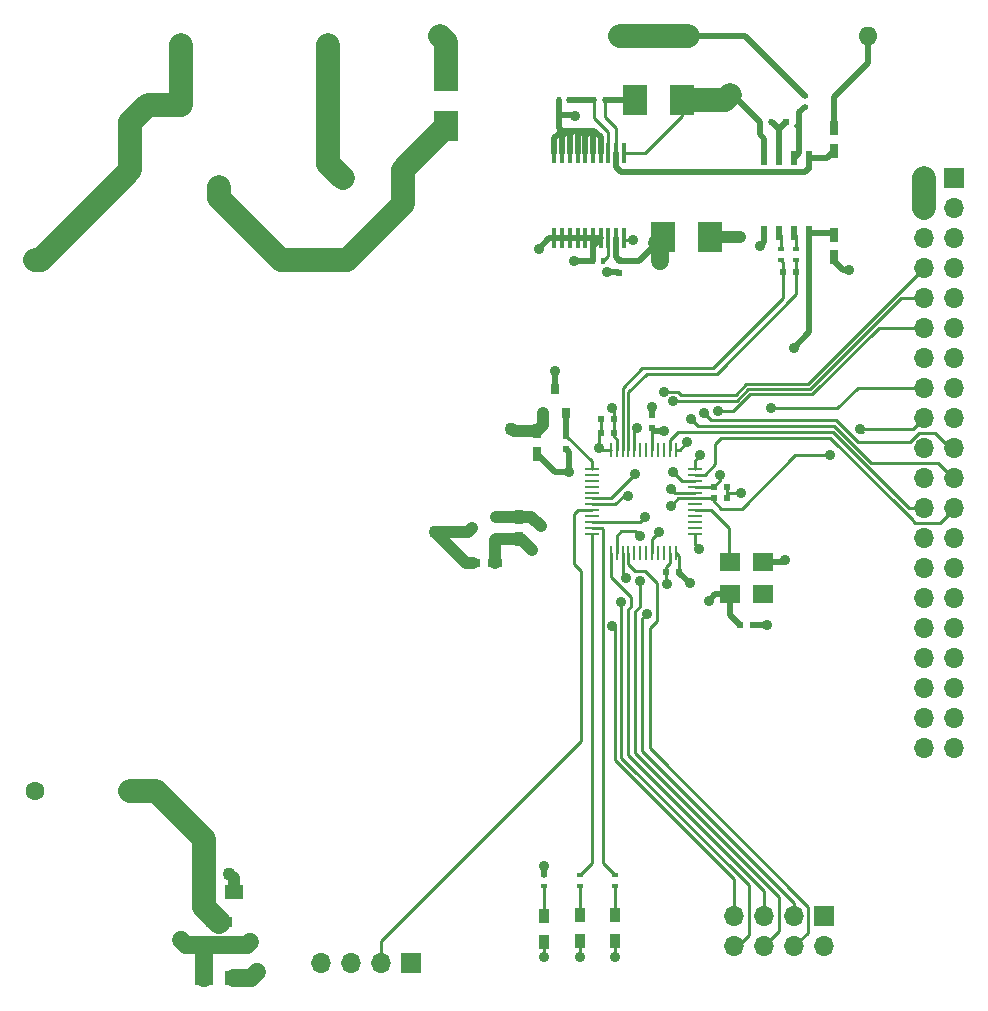
<source format=gbr>
G04 #@! TF.FileFunction,Copper,L1,Top,Signal*
%FSLAX46Y46*%
G04 Gerber Fmt 4.6, Leading zero omitted, Abs format (unit mm)*
G04 Created by KiCad (PCBNEW 4.0.7) date Wed May 16 13:21:29 2018*
%MOMM*%
%LPD*%
G01*
G04 APERTURE LIST*
%ADD10C,0.100000*%
%ADD11C,1.800000*%
%ADD12R,1.800000X1.540000*%
%ADD13R,0.450000X1.750000*%
%ADD14R,0.750000X1.200000*%
%ADD15R,0.600000X0.500000*%
%ADD16R,2.000000X2.500000*%
%ADD17R,1.500000X1.250000*%
%ADD18R,0.500000X0.600000*%
%ADD19R,0.900000X1.200000*%
%ADD20R,2.030000X2.650000*%
%ADD21C,1.000000*%
%ADD22C,1.400000*%
%ADD23R,1.700000X1.700000*%
%ADD24O,1.700000X1.700000*%
%ADD25R,2.300000X0.850000*%
%ADD26R,0.600000X0.400000*%
%ADD27R,0.400000X0.600000*%
%ADD28R,0.508000X1.143000*%
%ADD29R,0.800000X0.900000*%
%ADD30R,1.300000X0.250000*%
%ADD31R,0.250000X1.300000*%
%ADD32C,1.600000*%
%ADD33O,1.600000X1.600000*%
%ADD34R,1.200000X0.750000*%
%ADD35R,0.900000X0.800000*%
%ADD36C,0.900000*%
%ADD37C,1.100000*%
%ADD38C,0.254000*%
%ADD39C,0.500000*%
%ADD40C,2.000000*%
%ADD41C,1.500000*%
%ADD42C,1.000000*%
G04 APERTURE END LIST*
D10*
D11*
X115750000Y-89250000D03*
X108250000Y-87850000D03*
D12*
X161820000Y-123730000D03*
X161820000Y-121050000D03*
X159020000Y-121050000D03*
X159020000Y-123730000D03*
D13*
X144155000Y-93610000D03*
X144805000Y-93610000D03*
X145455000Y-93610000D03*
X146105000Y-93610000D03*
X146755000Y-93610000D03*
X147405000Y-93610000D03*
X148055000Y-93610000D03*
X148705000Y-93610000D03*
X149355000Y-93610000D03*
X150005000Y-93610000D03*
X150005000Y-86410000D03*
X149355000Y-86410000D03*
X148705000Y-86410000D03*
X148055000Y-86410000D03*
X147405000Y-86410000D03*
X146755000Y-86410000D03*
X146105000Y-86410000D03*
X145455000Y-86410000D03*
X144805000Y-86410000D03*
X144155000Y-86410000D03*
D14*
X167830000Y-86210000D03*
X167830000Y-84310000D03*
D15*
X164880000Y-83760000D03*
X163780000Y-83760000D03*
D16*
X150954000Y-81944000D03*
X154954000Y-81944000D03*
D17*
X114500000Y-149000000D03*
X117000000Y-149000000D03*
D14*
X167830000Y-93310000D03*
X167830000Y-95210000D03*
D18*
X149580000Y-95460000D03*
X149580000Y-96560000D03*
D17*
X114500000Y-156250000D03*
X117000000Y-156250000D03*
D15*
X164630000Y-96510000D03*
X163530000Y-96510000D03*
D16*
X153330000Y-93510000D03*
X157330000Y-93510000D03*
D14*
X142670000Y-109940000D03*
X142670000Y-111840000D03*
D18*
X145170000Y-110340000D03*
X145170000Y-111440000D03*
D15*
X159870000Y-126390000D03*
X160970000Y-126390000D03*
X154720000Y-121890000D03*
X153620000Y-121890000D03*
D18*
X152420000Y-109690000D03*
X152420000Y-108590000D03*
D15*
X157620000Y-114640000D03*
X158720000Y-114640000D03*
X148120000Y-108890000D03*
X149220000Y-108890000D03*
X148120000Y-110140000D03*
X149220000Y-110140000D03*
X157620000Y-115640000D03*
X158720000Y-115640000D03*
D19*
X143300000Y-153200000D03*
X143300000Y-151000000D03*
X149300000Y-153100000D03*
X149300000Y-150900000D03*
X146300000Y-153100000D03*
X146300000Y-150900000D03*
D20*
X135000000Y-79910000D03*
X135000000Y-84090000D03*
D21*
X131290000Y-88500000D03*
X126210000Y-88500000D03*
D22*
X125000000Y-82290000D03*
X125000000Y-77210000D03*
X112500000Y-82290000D03*
X112500000Y-77210000D03*
D23*
X132000000Y-155000000D03*
D24*
X129460000Y-155000000D03*
X126920000Y-155000000D03*
X124380000Y-155000000D03*
D25*
X115750000Y-151525000D03*
X115750000Y-153475000D03*
D26*
X165330000Y-82460000D03*
X165330000Y-81560000D03*
D27*
X162450000Y-83750000D03*
X161550000Y-83750000D03*
X148404000Y-81944000D03*
X147504000Y-81944000D03*
X145404000Y-81944000D03*
X144504000Y-81944000D03*
X148280000Y-95510000D03*
X147380000Y-95510000D03*
D26*
X164580000Y-95460000D03*
X164580000Y-94560000D03*
X163330000Y-95460000D03*
X163330000Y-94560000D03*
X143300000Y-148450000D03*
X143300000Y-147550000D03*
X149300000Y-148450000D03*
X149300000Y-147550000D03*
X146300000Y-148450000D03*
X146300000Y-147550000D03*
D28*
X165735000Y-93185000D03*
X164465000Y-93185000D03*
X163195000Y-93185000D03*
X161925000Y-93185000D03*
X161925000Y-86835000D03*
X163195000Y-86835000D03*
X164465000Y-86835000D03*
X165735000Y-86835000D03*
D29*
X143220000Y-108390000D03*
X145120000Y-108390000D03*
X144170000Y-106390000D03*
D30*
X156020000Y-118640000D03*
X156020000Y-118140000D03*
X156020000Y-117640000D03*
X156020000Y-117140000D03*
X156020000Y-116640000D03*
X156020000Y-116140000D03*
X156020000Y-115640000D03*
X156020000Y-115140000D03*
X156020000Y-114640000D03*
X156020000Y-114140000D03*
X156020000Y-113640000D03*
X156020000Y-113140000D03*
D31*
X154420000Y-111540000D03*
X153920000Y-111540000D03*
X153420000Y-111540000D03*
X152920000Y-111540000D03*
X152420000Y-111540000D03*
X151920000Y-111540000D03*
X151420000Y-111540000D03*
X150920000Y-111540000D03*
X150420000Y-111540000D03*
X149920000Y-111540000D03*
X149420000Y-111540000D03*
X148920000Y-111540000D03*
D30*
X147320000Y-113140000D03*
X147320000Y-113640000D03*
X147320000Y-114140000D03*
X147320000Y-114640000D03*
X147320000Y-115140000D03*
X147320000Y-115640000D03*
X147320000Y-116140000D03*
X147320000Y-116640000D03*
X147320000Y-117140000D03*
X147320000Y-117640000D03*
X147320000Y-118140000D03*
X147320000Y-118640000D03*
D31*
X148920000Y-120240000D03*
X149420000Y-120240000D03*
X149920000Y-120240000D03*
X150420000Y-120240000D03*
X150920000Y-120240000D03*
X151420000Y-120240000D03*
X151920000Y-120240000D03*
X152420000Y-120240000D03*
X152920000Y-120240000D03*
X153420000Y-120240000D03*
X153920000Y-120240000D03*
X154420000Y-120240000D03*
D32*
X155500000Y-76500000D03*
D33*
X170740000Y-76500000D03*
D32*
X134500000Y-76500000D03*
D33*
X149740000Y-76500000D03*
D34*
X137220000Y-121140000D03*
X139120000Y-121140000D03*
D14*
X141170000Y-117190000D03*
X141170000Y-119090000D03*
D35*
X139170000Y-119090000D03*
X139170000Y-117190000D03*
X137170000Y-118140000D03*
D23*
X167000000Y-151000000D03*
D24*
X167000000Y-153540000D03*
X164460000Y-151000000D03*
X164460000Y-153540000D03*
X161920000Y-151000000D03*
X161920000Y-153540000D03*
X159380000Y-151000000D03*
X159380000Y-153540000D03*
D23*
X178000000Y-88500000D03*
D24*
X175460000Y-88500000D03*
X178000000Y-91040000D03*
X175460000Y-91040000D03*
X178000000Y-93580000D03*
X175460000Y-93580000D03*
X178000000Y-96120000D03*
X175460000Y-96120000D03*
X178000000Y-98660000D03*
X175460000Y-98660000D03*
X178000000Y-101200000D03*
X175460000Y-101200000D03*
X178000000Y-103740000D03*
X175460000Y-103740000D03*
X178000000Y-106280000D03*
X175460000Y-106280000D03*
X178000000Y-108820000D03*
X175460000Y-108820000D03*
X178000000Y-111360000D03*
X175460000Y-111360000D03*
X178000000Y-113900000D03*
X175460000Y-113900000D03*
X178000000Y-116440000D03*
X175460000Y-116440000D03*
X178000000Y-118980000D03*
X175460000Y-118980000D03*
X178000000Y-121520000D03*
X175460000Y-121520000D03*
X178000000Y-124060000D03*
X175460000Y-124060000D03*
X178000000Y-126600000D03*
X175460000Y-126600000D03*
X178000000Y-129140000D03*
X175460000Y-129140000D03*
X178000000Y-131680000D03*
X175460000Y-131680000D03*
X178000000Y-134220000D03*
X175460000Y-134220000D03*
X178000000Y-136760000D03*
X175460000Y-136760000D03*
D32*
X108200000Y-140450000D03*
X100200000Y-140450000D03*
X121000000Y-95450000D03*
X100200000Y-95450000D03*
D36*
X145900000Y-83300000D03*
D37*
X159000000Y-81500000D03*
X119000000Y-155750000D03*
D36*
X142830000Y-94510000D03*
X145830000Y-95510000D03*
X148580000Y-96510000D03*
X150830000Y-93760000D03*
X169080000Y-96260000D03*
X161580000Y-94260000D03*
X159830000Y-93510000D03*
D37*
X116600000Y-147400000D03*
D36*
X149000000Y-108000000D03*
X154000000Y-114800000D03*
X142250000Y-120000000D03*
X163670000Y-120890000D03*
X162170000Y-126390000D03*
X143300000Y-154500000D03*
X149300000Y-154500000D03*
X146300000Y-154500000D03*
X145420000Y-113390000D03*
X152420000Y-107890000D03*
X144170000Y-104890000D03*
X159920000Y-115140000D03*
X153670000Y-122890000D03*
X157200000Y-124300000D03*
X164400000Y-102900000D03*
X155600000Y-122800000D03*
X143000000Y-118000000D03*
X156420000Y-119890000D03*
X153420000Y-109890000D03*
X147920000Y-111390000D03*
X158170000Y-113640000D03*
D37*
X112500000Y-153000000D03*
X118400000Y-153200000D03*
X140500000Y-109750000D03*
X134000000Y-118500000D03*
X153080000Y-95510000D03*
D36*
X143250000Y-146750000D03*
X153400000Y-106600000D03*
X150400000Y-115400000D03*
X152000000Y-125400000D03*
X151800000Y-117200000D03*
X151400000Y-118800000D03*
X151400000Y-122600000D03*
X149800000Y-124400000D03*
X150200000Y-122400000D03*
X151170000Y-109640000D03*
X170000000Y-109750000D03*
X167500000Y-112000000D03*
X149000000Y-126400000D03*
X154000000Y-116250000D03*
X162500000Y-108000000D03*
X153000000Y-118500000D03*
X154200000Y-113400000D03*
X158000000Y-108250000D03*
X156800000Y-108400000D03*
X156500000Y-112000000D03*
X155400000Y-110900000D03*
X155700000Y-108900000D03*
X154200000Y-107400000D03*
X151000000Y-113600000D03*
D38*
X148404000Y-81944000D02*
X148404000Y-83304000D01*
X149355000Y-84255000D02*
X149355000Y-86410000D01*
X148404000Y-83304000D02*
X149355000Y-84255000D01*
D39*
X149355000Y-86410000D02*
X149355000Y-87555000D01*
X148404000Y-81944000D02*
X150954000Y-81944000D01*
X165735000Y-86835000D02*
X167205000Y-86835000D01*
X167205000Y-86835000D02*
X167830000Y-86210000D01*
X165635000Y-87765000D02*
X165735000Y-87765000D01*
X165400000Y-88000000D02*
X165635000Y-87765000D01*
X165735000Y-87765000D02*
X165735000Y-86835000D01*
X149800000Y-88000000D02*
X165400000Y-88000000D01*
X149355000Y-87555000D02*
X149800000Y-88000000D01*
X144504000Y-83200000D02*
X145800000Y-83200000D01*
X145800000Y-83200000D02*
X145900000Y-83300000D01*
X167830000Y-84310000D02*
X167830000Y-81670000D01*
X170740000Y-78760000D02*
X170740000Y-76500000D01*
X167830000Y-81670000D02*
X170740000Y-78760000D01*
X159000000Y-81500000D02*
X159300000Y-81500000D01*
X159300000Y-81500000D02*
X161550000Y-83750000D01*
D38*
X150005000Y-86410000D02*
X151790000Y-86410000D01*
X154954000Y-83246000D02*
X154954000Y-81944000D01*
X151790000Y-86410000D02*
X154954000Y-83246000D01*
D40*
X158556000Y-81944000D02*
X154954000Y-81944000D01*
X159000000Y-81500000D02*
X158556000Y-81944000D01*
X108250000Y-87850000D02*
X108250000Y-83750000D01*
X109710000Y-82290000D02*
X112500000Y-82290000D01*
X108250000Y-83750000D02*
X109710000Y-82290000D01*
X100200000Y-95450000D02*
X100650000Y-95450000D01*
X100650000Y-95450000D02*
X108250000Y-87850000D01*
X112500000Y-77210000D02*
X112500000Y-82290000D01*
X108250000Y-87750000D02*
X108250000Y-87850000D01*
D39*
X144504000Y-81944000D02*
X144504000Y-83200000D01*
X144504000Y-83200000D02*
X144504000Y-84254000D01*
X144504000Y-84254000D02*
X144750000Y-84500000D01*
X161925000Y-86835000D02*
X161925000Y-85175000D01*
X161550000Y-84800000D02*
X161550000Y-83750000D01*
X161925000Y-85175000D02*
X161550000Y-84800000D01*
X144155000Y-86410000D02*
X144155000Y-85095000D01*
X144750000Y-84500000D02*
X145250000Y-84500000D01*
X144155000Y-85095000D02*
X144750000Y-84500000D01*
X144805000Y-86410000D02*
X144805000Y-84945000D01*
X145250000Y-84500000D02*
X145750000Y-84500000D01*
X144805000Y-84945000D02*
X145250000Y-84500000D01*
X145455000Y-84795000D02*
X145750000Y-84500000D01*
X146105000Y-86410000D02*
X146105000Y-84895000D01*
X146105000Y-84895000D02*
X146500000Y-84500000D01*
X146755000Y-86410000D02*
X146755000Y-84995000D01*
X147405000Y-86410000D02*
X147405000Y-84655000D01*
D38*
X150005000Y-86410000D02*
X150005000Y-86085000D01*
D39*
X161925000Y-86835000D02*
X161925000Y-86355000D01*
X148055000Y-85055000D02*
X147500000Y-84500000D01*
X147500000Y-84500000D02*
X147250000Y-84500000D01*
X145750000Y-84500000D02*
X147250000Y-84500000D01*
X146500000Y-84500000D02*
X147250000Y-84500000D01*
X146755000Y-84995000D02*
X147250000Y-84500000D01*
X147405000Y-84655000D02*
X147250000Y-84500000D01*
D38*
X147405000Y-84655000D02*
X147250000Y-84500000D01*
D39*
X148055000Y-86410000D02*
X148055000Y-85055000D01*
X145455000Y-86410000D02*
X145455000Y-84795000D01*
X164880000Y-83760000D02*
X164880000Y-82910000D01*
X164880000Y-82910000D02*
X165330000Y-82460000D01*
X164880000Y-83760000D02*
X164880000Y-86420000D01*
X164880000Y-86420000D02*
X164465000Y-86835000D01*
D38*
X164728000Y-83872000D02*
X164516000Y-84084000D01*
D39*
X162450000Y-83750000D02*
X162600000Y-83750000D01*
X162600000Y-83750000D02*
X163195000Y-84345000D01*
X163195000Y-86835000D02*
X163195000Y-84345000D01*
X163195000Y-84345000D02*
X163780000Y-83760000D01*
D40*
X108200000Y-140450000D02*
X110450000Y-140450000D01*
X110450000Y-140450000D02*
X114500000Y-144500000D01*
X114500000Y-149000000D02*
X114500000Y-150275000D01*
X114500000Y-150275000D02*
X115750000Y-151525000D01*
X114500000Y-144500000D02*
X114500000Y-149000000D01*
D41*
X117000000Y-156250000D02*
X118500000Y-156250000D01*
D42*
X118500000Y-156250000D02*
X119000000Y-155750000D01*
D41*
X118500000Y-156250000D02*
X119000000Y-155750000D01*
D39*
X144155000Y-93610000D02*
X143730000Y-93610000D01*
X143730000Y-93610000D02*
X142830000Y-94510000D01*
X147380000Y-95510000D02*
X145830000Y-95510000D01*
X149530000Y-96510000D02*
X148580000Y-96510000D01*
D38*
X150155000Y-93760000D02*
X150830000Y-93760000D01*
D39*
X167830000Y-95510000D02*
X168580000Y-96260000D01*
X168580000Y-96260000D02*
X169080000Y-96260000D01*
X161925000Y-93915000D02*
X161580000Y-94260000D01*
X161925000Y-93185000D02*
X161925000Y-93915000D01*
D42*
X157330000Y-93510000D02*
X159830000Y-93510000D01*
X117000000Y-149000000D02*
X117000000Y-147800000D01*
X117000000Y-147800000D02*
X116600000Y-147400000D01*
D38*
X149220000Y-108890000D02*
X149220000Y-108220000D01*
X149220000Y-108220000D02*
X149000000Y-108000000D01*
X156020000Y-115140000D02*
X154340000Y-115140000D01*
X154340000Y-115140000D02*
X154000000Y-114800000D01*
D42*
X141170000Y-119090000D02*
X141340000Y-119090000D01*
X141340000Y-119090000D02*
X142250000Y-120000000D01*
D39*
X161820000Y-121050000D02*
X163510000Y-121050000D01*
X163510000Y-121050000D02*
X163670000Y-120890000D01*
D42*
X139120000Y-121140000D02*
X139120000Y-119140000D01*
X139120000Y-119140000D02*
X139170000Y-119090000D01*
X139170000Y-119090000D02*
X141170000Y-119090000D01*
D39*
X160970000Y-126390000D02*
X162170000Y-126390000D01*
D38*
X143300000Y-153100000D02*
X143300000Y-154500000D01*
D39*
X145170000Y-111440000D02*
X145420000Y-111690000D01*
X145420000Y-111690000D02*
X145420000Y-113390000D01*
X142670000Y-111840000D02*
X144220000Y-113390000D01*
X144220000Y-113390000D02*
X145420000Y-113390000D01*
X149580000Y-96560000D02*
X149530000Y-96510000D01*
D38*
X150005000Y-93610000D02*
X150155000Y-93760000D01*
D39*
X148055000Y-93610000D02*
X147405000Y-93610000D01*
X144155000Y-93610000D02*
X144805000Y-93610000D01*
X144805000Y-93610000D02*
X145455000Y-93610000D01*
X145455000Y-93610000D02*
X146105000Y-93610000D01*
X146105000Y-93610000D02*
X146755000Y-93610000D01*
X146755000Y-93610000D02*
X147405000Y-93610000D01*
X147405000Y-93610000D02*
X144155000Y-93610000D01*
X152420000Y-108590000D02*
X152420000Y-107890000D01*
X144170000Y-106390000D02*
X144170000Y-104890000D01*
X167830000Y-95210000D02*
X167830000Y-95510000D01*
D38*
X149300000Y-153100000D02*
X149300000Y-154500000D01*
X146300000Y-153100000D02*
X146300000Y-154500000D01*
D39*
X148055000Y-93610000D02*
X147405000Y-94260000D01*
X147380000Y-95510000D02*
X147405000Y-95485000D01*
X147405000Y-95485000D02*
X147405000Y-93610000D01*
D38*
X149220000Y-110140000D02*
X149220000Y-110440000D01*
X149420000Y-110640000D02*
X149420000Y-111540000D01*
X149220000Y-110440000D02*
X149420000Y-110640000D01*
X149220000Y-108890000D02*
X149220000Y-110140000D01*
X153620000Y-121890000D02*
X153620000Y-122840000D01*
X153620000Y-122840000D02*
X153670000Y-122890000D01*
X153620000Y-121890000D02*
X153620000Y-121440000D01*
X153920000Y-121140000D02*
X153920000Y-120240000D01*
X153620000Y-121440000D02*
X153920000Y-121140000D01*
X158720000Y-115140000D02*
X159920000Y-115140000D01*
X158720000Y-114640000D02*
X158720000Y-115140000D01*
X158720000Y-115140000D02*
X158720000Y-115640000D01*
D39*
X157770000Y-123730000D02*
X157200000Y-124300000D01*
X159020000Y-123730000D02*
X157770000Y-123730000D01*
X159020000Y-123730000D02*
X159020000Y-125540000D01*
X159020000Y-125540000D02*
X159870000Y-126390000D01*
X165735000Y-93185000D02*
X165735000Y-101565000D01*
X165735000Y-101565000D02*
X164400000Y-102900000D01*
X154720000Y-121890000D02*
X154720000Y-121920000D01*
X154720000Y-121920000D02*
X155600000Y-122800000D01*
D42*
X141170000Y-117190000D02*
X142190000Y-117190000D01*
X142190000Y-117190000D02*
X143000000Y-118000000D01*
X139170000Y-117190000D02*
X141170000Y-117190000D01*
D38*
X156020000Y-118640000D02*
X156020000Y-119490000D01*
X156020000Y-119490000D02*
X156420000Y-119890000D01*
D39*
X152420000Y-109690000D02*
X152620000Y-109890000D01*
X152620000Y-109890000D02*
X153420000Y-109890000D01*
X165735000Y-93185000D02*
X167705000Y-93185000D01*
X158860000Y-123890000D02*
X159020000Y-123730000D01*
D38*
X158860000Y-123890000D02*
X159020000Y-123730000D01*
X148120000Y-108890000D02*
X148120000Y-110140000D01*
X147920000Y-110340000D02*
X147920000Y-111390000D01*
X148070000Y-111540000D02*
X147920000Y-111390000D01*
X148070000Y-111540000D02*
X148920000Y-111540000D01*
X147920000Y-110340000D02*
X148120000Y-110140000D01*
X154720000Y-121890000D02*
X154720000Y-120540000D01*
X154720000Y-120540000D02*
X154420000Y-120240000D01*
X157620000Y-114640000D02*
X158170000Y-114090000D01*
X158170000Y-114090000D02*
X158170000Y-113640000D01*
X156020000Y-114640000D02*
X157620000Y-114640000D01*
X152420000Y-109690000D02*
X152420000Y-111540000D01*
D40*
X175460000Y-88500000D02*
X175460000Y-91040000D01*
D41*
X115750000Y-153475000D02*
X112975000Y-153475000D01*
X112975000Y-153475000D02*
X112500000Y-153000000D01*
X115750000Y-153475000D02*
X118125000Y-153475000D01*
X118125000Y-153475000D02*
X118400000Y-153200000D01*
D42*
X118125000Y-153475000D02*
X118400000Y-153200000D01*
D41*
X115750000Y-153475000D02*
X115025000Y-153475000D01*
X115025000Y-153475000D02*
X114500000Y-154000000D01*
X114500000Y-154000000D02*
X114500000Y-156250000D01*
D42*
X140690000Y-109940000D02*
X142670000Y-109940000D01*
X140500000Y-109750000D02*
X140690000Y-109940000D01*
D41*
X153080000Y-95510000D02*
X153080000Y-93760000D01*
D39*
X143250000Y-147500000D02*
X143250000Y-146750000D01*
X143250000Y-147500000D02*
X143300000Y-147550000D01*
X143250000Y-147500000D02*
X143300000Y-147550000D01*
D42*
X134000000Y-118500000D02*
X136810000Y-118500000D01*
X136810000Y-118500000D02*
X137170000Y-118140000D01*
X134000000Y-118500000D02*
X136640000Y-121140000D01*
X136640000Y-121140000D02*
X137220000Y-121140000D01*
X137170000Y-121090000D02*
X137220000Y-121140000D01*
D41*
X153080000Y-93760000D02*
X153330000Y-93510000D01*
X152830000Y-94010000D02*
X153330000Y-93510000D01*
X152830000Y-94010000D02*
X153330000Y-93510000D01*
D39*
X149580000Y-95460000D02*
X149630000Y-95510000D01*
X149630000Y-95510000D02*
X151330000Y-95510000D01*
X151330000Y-95510000D02*
X153330000Y-93510000D01*
X149580000Y-95460000D02*
X149355000Y-95235000D01*
X149355000Y-95235000D02*
X149355000Y-93610000D01*
D42*
X142670000Y-109940000D02*
X143220000Y-109390000D01*
X143220000Y-109390000D02*
X143220000Y-108390000D01*
X115750000Y-153475000D02*
X115525000Y-153475000D01*
X115750000Y-153475000D02*
X115275000Y-153475000D01*
D38*
X152000000Y-105074740D02*
X157925260Y-105074740D01*
X164630000Y-98370000D02*
X164630000Y-96510000D01*
X157925260Y-105074740D02*
X164630000Y-98370000D01*
X150420000Y-106654740D02*
X150420000Y-111540000D01*
X152000000Y-105074740D02*
X150420000Y-106654740D01*
X164580000Y-95460000D02*
X164580000Y-96460000D01*
X164580000Y-96460000D02*
X164630000Y-96510000D01*
X163530000Y-96510000D02*
X163530000Y-95660000D01*
X163530000Y-95660000D02*
X163330000Y-95460000D01*
X149920000Y-111540000D02*
X149920000Y-106280000D01*
X163530000Y-98670000D02*
X163530000Y-96510000D01*
X157600000Y-104600000D02*
X163530000Y-98670000D01*
X151600000Y-104600000D02*
X157600000Y-104600000D01*
X149920000Y-106280000D02*
X151600000Y-104600000D01*
X145170000Y-110340000D02*
X147320000Y-112490000D01*
X147320000Y-112490000D02*
X147320000Y-113140000D01*
D39*
X145120000Y-108390000D02*
X145170000Y-108440000D01*
X145170000Y-108440000D02*
X145170000Y-110340000D01*
D38*
X143300000Y-148450000D02*
X143300000Y-151000000D01*
X149300000Y-148450000D02*
X149300000Y-150900000D01*
X146300000Y-148450000D02*
X146300000Y-150900000D01*
D40*
X135000000Y-79910000D02*
X135000000Y-77000000D01*
X135000000Y-77000000D02*
X134500000Y-76500000D01*
X131290000Y-88500000D02*
X131290000Y-87800000D01*
X131290000Y-87800000D02*
X135000000Y-84090000D01*
X121000000Y-95450000D02*
X126550000Y-95450000D01*
X131290000Y-90710000D02*
X131290000Y-88500000D01*
X126550000Y-95450000D02*
X131290000Y-90710000D01*
X115750000Y-89250000D02*
X115750000Y-90200000D01*
X115750000Y-90200000D02*
X121000000Y-95450000D01*
D41*
X131500000Y-88290000D02*
X131290000Y-88500000D01*
D40*
X125000000Y-82290000D02*
X125000000Y-87290000D01*
X125000000Y-87290000D02*
X126210000Y-88500000D01*
X125000000Y-77210000D02*
X125000000Y-82290000D01*
D38*
X153400000Y-106600000D02*
X154600000Y-106600000D01*
X150000000Y-115400000D02*
X150400000Y-115400000D01*
X149260000Y-116140000D02*
X150000000Y-115400000D01*
X147320000Y-116140000D02*
X149260000Y-116140000D01*
X165586402Y-105993598D02*
X175460000Y-96120000D01*
X160406402Y-105993598D02*
X165586402Y-105993598D01*
X159500000Y-106900000D02*
X160406402Y-105993598D01*
X154900000Y-106900000D02*
X159500000Y-106900000D01*
X154600000Y-106600000D02*
X154900000Y-106900000D01*
X147320000Y-117640000D02*
X151360000Y-117640000D01*
X164460000Y-149860000D02*
X164460000Y-151000000D01*
X151600000Y-137000000D02*
X164460000Y-149860000D01*
X151600000Y-125800000D02*
X151600000Y-137000000D01*
X152000000Y-125400000D02*
X151600000Y-125800000D01*
X151360000Y-117640000D02*
X151800000Y-117200000D01*
X150420000Y-120240000D02*
X150420000Y-121220000D01*
X165600000Y-152400000D02*
X164460000Y-153540000D01*
X165600000Y-150200000D02*
X165600000Y-152400000D01*
X152200000Y-136800000D02*
X165600000Y-150200000D01*
X152200000Y-126600000D02*
X152200000Y-136800000D01*
X152800000Y-126000000D02*
X152200000Y-126600000D01*
X152800000Y-122800000D02*
X152800000Y-126000000D01*
X151800000Y-121800000D02*
X152800000Y-122800000D01*
X151000000Y-121800000D02*
X151800000Y-121800000D01*
X150420000Y-121220000D02*
X151000000Y-121800000D01*
X150400000Y-125600000D02*
X150400000Y-125000000D01*
X150600000Y-124800000D02*
X150600000Y-124000000D01*
X150400000Y-125000000D02*
X150600000Y-124800000D01*
X148920000Y-120240000D02*
X148920000Y-122320000D01*
X148920000Y-122320000D02*
X150600000Y-124000000D01*
X148920000Y-120240000D02*
X148920000Y-121720000D01*
X150400000Y-125600000D02*
X150400000Y-125800000D01*
X150400000Y-125800000D02*
X150400000Y-137400000D01*
X150400000Y-137400000D02*
X161920000Y-148920000D01*
X161920000Y-148920000D02*
X161920000Y-151000000D01*
X148920000Y-120240000D02*
X148920000Y-121720000D01*
X151000000Y-125600000D02*
X151000000Y-125200000D01*
X151000000Y-125200000D02*
X151400000Y-124800000D01*
X151400000Y-124800000D02*
X151400000Y-122600000D01*
X149420000Y-120240000D02*
X149420000Y-118780000D01*
X151000000Y-118400000D02*
X151400000Y-118800000D01*
X149800000Y-118400000D02*
X151000000Y-118400000D01*
X149420000Y-118780000D02*
X149800000Y-118400000D01*
X163200000Y-152260000D02*
X161920000Y-153540000D01*
X163200000Y-149400000D02*
X163200000Y-152260000D01*
X151000000Y-137200000D02*
X163200000Y-149400000D01*
X151000000Y-125600000D02*
X151000000Y-137200000D01*
X149920000Y-120240000D02*
X149920000Y-122120000D01*
X160600000Y-152600000D02*
X159660000Y-153540000D01*
X160600000Y-152200000D02*
X160600000Y-152600000D01*
X160600000Y-151800000D02*
X160600000Y-152200000D01*
X160600000Y-148400000D02*
X160600000Y-151800000D01*
X160000000Y-147800000D02*
X160600000Y-148400000D01*
X149800000Y-137600000D02*
X160000000Y-147800000D01*
X149800000Y-127400000D02*
X149800000Y-137600000D01*
X149800000Y-124400000D02*
X149800000Y-127400000D01*
X149920000Y-122120000D02*
X150200000Y-122400000D01*
X159660000Y-153540000D02*
X159380000Y-153540000D01*
X129460000Y-154000000D02*
X129460000Y-153140000D01*
X146400000Y-136200000D02*
X146400000Y-133400000D01*
X129460000Y-153140000D02*
X146400000Y-136200000D01*
X145800000Y-121200000D02*
X145800000Y-117000000D01*
X146400000Y-121800000D02*
X145800000Y-121200000D01*
X146400000Y-133400000D02*
X146400000Y-121800000D01*
X129460000Y-155000000D02*
X129460000Y-154000000D01*
X146160000Y-116640000D02*
X147320000Y-116640000D01*
X145800000Y-117000000D02*
X146160000Y-116640000D01*
X148280000Y-95510000D02*
X148705000Y-95085000D01*
X148705000Y-95085000D02*
X148705000Y-93610000D01*
X148705000Y-86410000D02*
X148705000Y-84635000D01*
X147504000Y-83434000D02*
X147504000Y-81944000D01*
X148705000Y-84635000D02*
X147504000Y-83434000D01*
D39*
X147504000Y-81944000D02*
X145404000Y-81944000D01*
D40*
X149740000Y-76500000D02*
X155500000Y-76500000D01*
D39*
X155500000Y-76500000D02*
X160270000Y-76500000D01*
X160270000Y-76500000D02*
X165330000Y-81560000D01*
D38*
X164580000Y-94560000D02*
X164580000Y-93300000D01*
X164580000Y-93300000D02*
X164465000Y-93185000D01*
X163330000Y-94560000D02*
X163330000Y-93320000D01*
X163330000Y-93320000D02*
X163195000Y-93185000D01*
X147320000Y-118140000D02*
X148140000Y-118140000D01*
X148250000Y-146500000D02*
X149300000Y-147550000D01*
X148250000Y-118250000D02*
X148250000Y-146500000D01*
X148140000Y-118140000D02*
X148250000Y-118250000D01*
X147320000Y-118640000D02*
X147320000Y-146530000D01*
X147320000Y-146530000D02*
X146300000Y-147550000D01*
X147320000Y-118640000D02*
X147307370Y-118627370D01*
X156020000Y-116640000D02*
X157420000Y-116640000D01*
X157420000Y-116640000D02*
X158670000Y-117890000D01*
X158670000Y-117890000D02*
X158920000Y-118140000D01*
X158920000Y-118140000D02*
X158920000Y-120950000D01*
X158920000Y-120950000D02*
X159020000Y-121050000D01*
X158330000Y-121050000D02*
X159020000Y-121050000D01*
X150920000Y-111540000D02*
X150920000Y-110140000D01*
X150920000Y-109890000D02*
X151170000Y-109640000D01*
X150920000Y-110140000D02*
X150920000Y-109890000D01*
X170000000Y-109750000D02*
X174530000Y-109750000D01*
X174530000Y-109750000D02*
X175460000Y-108820000D01*
X159000000Y-116500000D02*
X160000000Y-116500000D01*
X164500000Y-112000000D02*
X167500000Y-112000000D01*
X170000000Y-109750000D02*
X170250000Y-110000000D01*
X160000000Y-116500000D02*
X164500000Y-112000000D01*
X157620000Y-115870000D02*
X158250000Y-116500000D01*
X158250000Y-116500000D02*
X159000000Y-116500000D01*
X149250000Y-127200000D02*
X149250000Y-126650000D01*
X149250000Y-126650000D02*
X149000000Y-126400000D01*
X156020000Y-115640000D02*
X154610000Y-115640000D01*
X154610000Y-115640000D02*
X154000000Y-116250000D01*
X149250000Y-127200000D02*
X149250000Y-137750000D01*
X149250000Y-137750000D02*
X159380000Y-147880000D01*
X159380000Y-147880000D02*
X159380000Y-151000000D01*
X157620000Y-115640000D02*
X157620000Y-115870000D01*
X156020000Y-115640000D02*
X157620000Y-115640000D01*
X162500000Y-108000000D02*
X168100000Y-108000000D01*
X152420000Y-120240000D02*
X152420000Y-119080000D01*
X152420000Y-119080000D02*
X153000000Y-118500000D01*
X169820000Y-106280000D02*
X175460000Y-106280000D01*
X168100000Y-108000000D02*
X169820000Y-106280000D01*
X158000000Y-108250000D02*
X159299480Y-108250000D01*
X154940000Y-114140000D02*
X154200000Y-113400000D01*
X156020000Y-114140000D02*
X154940000Y-114140000D01*
X171600000Y-101200000D02*
X175460000Y-101200000D01*
X165993598Y-106806402D02*
X171600000Y-101200000D01*
X160743078Y-106806402D02*
X165993598Y-106806402D01*
X159299480Y-108250000D02*
X160743078Y-106806402D01*
X174550000Y-117550000D02*
X174700000Y-117700000D01*
X176800000Y-117700000D02*
X176900000Y-117600000D01*
X174700000Y-117700000D02*
X176800000Y-117700000D01*
X174500000Y-117500000D02*
X174550000Y-117550000D01*
X173400000Y-116400000D02*
X174500000Y-117500000D01*
X167500000Y-110500000D02*
X173400000Y-116400000D01*
X158250000Y-110500000D02*
X167500000Y-110500000D01*
X157750000Y-111000000D02*
X158250000Y-110500000D01*
X157750000Y-112750000D02*
X157750000Y-111000000D01*
X156860000Y-113640000D02*
X157750000Y-112750000D01*
X156020000Y-113640000D02*
X156860000Y-113640000D01*
X176900000Y-117600000D02*
X178000000Y-116500000D01*
X178000000Y-116500000D02*
X178000000Y-116440000D01*
X169850000Y-110850000D02*
X174250000Y-110850000D01*
X178000000Y-111360000D02*
X177660000Y-111360000D01*
X177660000Y-111360000D02*
X176400000Y-110100000D01*
X176400000Y-110100000D02*
X175000000Y-110100000D01*
X175000000Y-110100000D02*
X174250000Y-110850000D01*
X178000000Y-111360000D02*
X177960000Y-111360000D01*
X169850000Y-110850000D02*
X168000000Y-109000000D01*
X156020000Y-113140000D02*
X156020000Y-112480000D01*
X157400000Y-109000000D02*
X168000000Y-109000000D01*
X156800000Y-108400000D02*
X157400000Y-109000000D01*
X156020000Y-112480000D02*
X156500000Y-112000000D01*
X173300000Y-112600000D02*
X170924740Y-112600000D01*
X178000000Y-113900000D02*
X177900000Y-113900000D01*
X177900000Y-113900000D02*
X176600000Y-112600000D01*
X176600000Y-112600000D02*
X173300000Y-112600000D01*
X154420000Y-111540000D02*
X154760000Y-111540000D01*
X154760000Y-111540000D02*
X155400000Y-110900000D01*
X155700000Y-108900000D02*
X156300000Y-109500000D01*
X167824740Y-109500000D02*
X170924740Y-112600000D01*
X156300000Y-109500000D02*
X167824740Y-109500000D01*
X153920000Y-111540000D02*
X153920000Y-110680000D01*
X174140000Y-116440000D02*
X175460000Y-116440000D01*
X167700000Y-110000000D02*
X174140000Y-116440000D01*
X154600000Y-110000000D02*
X167700000Y-110000000D01*
X153920000Y-110680000D02*
X154600000Y-110000000D01*
X175460000Y-116400000D02*
X175500000Y-116440000D01*
X154200000Y-107400000D02*
X159574740Y-107400000D01*
X148960000Y-115640000D02*
X151000000Y-113600000D01*
X147320000Y-115640000D02*
X148960000Y-115640000D01*
X173494740Y-98660000D02*
X175460000Y-98660000D01*
X165754740Y-106400000D02*
X173494740Y-98660000D01*
X160574740Y-106400000D02*
X165754740Y-106400000D01*
X159574740Y-107400000D02*
X160574740Y-106400000D01*
X175437630Y-113837630D02*
X175500000Y-113900000D01*
M02*

</source>
